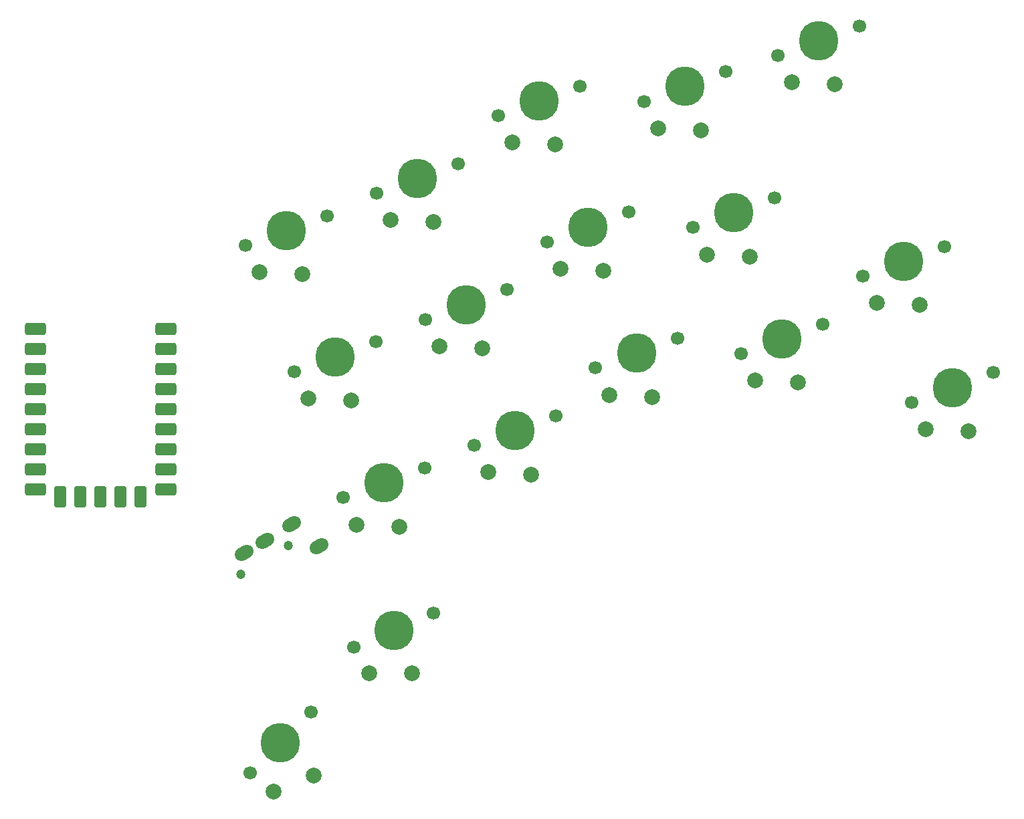
<source format=gts>
%TF.GenerationSoftware,KiCad,Pcbnew,(6.0.11)*%
%TF.CreationDate,2024-04-13T23:14:32+09:00*%
%TF.ProjectId,haqua34_right,68617175-6133-4345-9f72-696768742e6b,rev?*%
%TF.SameCoordinates,Original*%
%TF.FileFunction,Soldermask,Top*%
%TF.FilePolarity,Negative*%
%FSLAX46Y46*%
G04 Gerber Fmt 4.6, Leading zero omitted, Abs format (unit mm)*
G04 Created by KiCad (PCBNEW (6.0.11)) date 2024-04-13 23:14:32*
%MOMM*%
%LPD*%
G01*
G04 APERTURE LIST*
G04 Aperture macros list*
%AMRoundRect*
0 Rectangle with rounded corners*
0 $1 Rounding radius*
0 $2 $3 $4 $5 $6 $7 $8 $9 X,Y pos of 4 corners*
0 Add a 4 corners polygon primitive as box body*
4,1,4,$2,$3,$4,$5,$6,$7,$8,$9,$2,$3,0*
0 Add four circle primitives for the rounded corners*
1,1,$1+$1,$2,$3*
1,1,$1+$1,$4,$5*
1,1,$1+$1,$6,$7*
1,1,$1+$1,$8,$9*
0 Add four rect primitives between the rounded corners*
20,1,$1+$1,$2,$3,$4,$5,0*
20,1,$1+$1,$4,$5,$6,$7,0*
20,1,$1+$1,$6,$7,$8,$9,0*
20,1,$1+$1,$8,$9,$2,$3,0*%
%AMHorizOval*
0 Thick line with rounded ends*
0 $1 width*
0 $2 $3 position (X,Y) of the first rounded end (center of the circle)*
0 $4 $5 position (X,Y) of the second rounded end (center of the circle)*
0 Add line between two ends*
20,1,$1,$2,$3,$4,$5,0*
0 Add two circle primitives to create the rounded ends*
1,1,$1,$2,$3*
1,1,$1,$4,$5*%
G04 Aperture macros list end*
%ADD10C,1.700000*%
%ADD11C,5.000000*%
%ADD12C,2.000000*%
%ADD13C,1.200000*%
%ADD14HorizOval,1.700000X0.341056X0.208999X-0.341056X-0.208999X0*%
%ADD15RoundRect,0.400000X-0.966000X-0.400000X0.966000X-0.400000X0.966000X0.400000X-0.966000X0.400000X0*%
%ADD16RoundRect,0.400050X-0.965950X-0.400050X0.965950X-0.400050X0.965950X0.400050X-0.965950X0.400050X0*%
%ADD17RoundRect,0.400000X-0.400000X-0.988000X0.400000X-0.988000X0.400000X0.988000X-0.400000X0.988000X0*%
%ADD18RoundRect,0.393700X-0.393700X-0.994300X0.393700X-0.994300X0.393700X0.994300X-0.393700X0.994300X0*%
G04 APERTURE END LIST*
D10*
%TO.C,SW4*%
X105683534Y-39363704D03*
X116020152Y-35601482D03*
D11*
X110851843Y-37482593D03*
D12*
X112869762Y-43026779D03*
X107453056Y-42763526D03*
%TD*%
D11*
%TO.C,SW15*%
X144725000Y-75600000D03*
D10*
X139556691Y-77481111D03*
X149893309Y-73718889D03*
D12*
X146742919Y-81144186D03*
X141326213Y-80880933D03*
%TD*%
D13*
%TO.C,J1*%
X60625000Y-95625000D03*
X54656519Y-99282490D03*
D14*
X64535960Y-95691299D03*
X55094025Y-96551448D03*
X57651945Y-94983953D03*
X61062506Y-92893958D03*
%TD*%
D11*
%TO.C,SW3*%
X92400000Y-39300000D03*
D10*
X87231691Y-41181111D03*
X97568309Y-37418889D03*
D12*
X94417919Y-44844186D03*
X89001213Y-44580933D03*
%TD*%
D10*
%TO.C,SW16*%
X63567374Y-116664200D03*
X55789200Y-124442374D03*
D11*
X59678287Y-120553287D03*
D12*
X63850217Y-124725217D03*
X58829759Y-126775827D03*
%TD*%
D10*
%TO.C,SW8*%
X93383534Y-57163704D03*
D11*
X98551843Y-55282593D03*
D10*
X103720152Y-53401482D03*
D12*
X100569762Y-60826779D03*
X95153056Y-60563526D03*
%TD*%
D10*
%TO.C,SW10*%
X143695152Y-57751482D03*
D11*
X138526843Y-59632593D03*
D10*
X133358534Y-61513704D03*
D12*
X140544762Y-65176779D03*
X135128056Y-64913526D03*
%TD*%
D10*
%TO.C,SW5*%
X132945152Y-29801482D03*
D11*
X127776843Y-31682593D03*
D10*
X122608534Y-33563704D03*
D12*
X129794762Y-37226779D03*
X124378056Y-36963526D03*
%TD*%
D11*
%TO.C,SW9*%
X117025000Y-53475000D03*
D10*
X122193309Y-51593889D03*
X111856691Y-55356111D03*
D12*
X119042919Y-59019186D03*
X113626213Y-58755933D03*
%TD*%
D10*
%TO.C,SW7*%
X78008534Y-66988704D03*
X88345152Y-63226482D03*
D11*
X83176843Y-65107593D03*
D12*
X85194762Y-70651779D03*
X79778056Y-70388526D03*
%TD*%
D11*
%TO.C,SW12*%
X89351843Y-81057593D03*
D10*
X94520152Y-79176482D03*
X84183534Y-82938704D03*
D12*
X91369762Y-86601779D03*
X85953056Y-86338526D03*
%TD*%
D11*
%TO.C,SW13*%
X104726843Y-71257593D03*
D10*
X99558534Y-73138704D03*
X109895152Y-69376482D03*
D12*
X106744762Y-76801779D03*
X101328056Y-76538526D03*
%TD*%
D15*
%TO.C,RZ1*%
X45190000Y-68190000D03*
X45190000Y-70730000D03*
X45190000Y-73270000D03*
X45190000Y-75810000D03*
X45190000Y-78350000D03*
D16*
X45190000Y-80890000D03*
X45190000Y-83430000D03*
X45190000Y-85970000D03*
X45190000Y-88510000D03*
D17*
X41984000Y-89408000D03*
D18*
X39444000Y-89408000D03*
X36904000Y-89408000D03*
X34364000Y-89408000D03*
X31824000Y-89408000D03*
D16*
X28618000Y-88510000D03*
X28618000Y-85970000D03*
X28618000Y-83430000D03*
X28618000Y-80890000D03*
X28618000Y-78350000D03*
X28618000Y-75810000D03*
X28618000Y-73270000D03*
X28618000Y-70730000D03*
X28618000Y-68190000D03*
%TD*%
D10*
%TO.C,SW17*%
X68937223Y-108499021D03*
D11*
X74000000Y-106350000D03*
D10*
X79062777Y-104200979D03*
D12*
X76305314Y-111780979D03*
X70882254Y-111801574D03*
%TD*%
D11*
%TO.C,SW2*%
X77025000Y-49125000D03*
D10*
X71856691Y-51006111D03*
X82193309Y-47243889D03*
D12*
X79042919Y-54669186D03*
X73626213Y-54405933D03*
%TD*%
D10*
%TO.C,SW1*%
X65593309Y-53843889D03*
X55256691Y-57606111D03*
D11*
X60425000Y-55725000D03*
D12*
X62442919Y-61269186D03*
X57026213Y-61005933D03*
%TD*%
D10*
%TO.C,SW14*%
X128345152Y-67551482D03*
D11*
X123176843Y-69432593D03*
D10*
X118008534Y-71313704D03*
D12*
X125194762Y-74976779D03*
X119778056Y-74713526D03*
%TD*%
D10*
%TO.C,SW6*%
X61408534Y-73588704D03*
D11*
X66576843Y-71707593D03*
D10*
X71745152Y-69826482D03*
D12*
X68594762Y-77251779D03*
X63178056Y-76988526D03*
%TD*%
D10*
%TO.C,SW11*%
X67558534Y-89563704D03*
X77895152Y-85801482D03*
D11*
X72726843Y-87682593D03*
D12*
X74744762Y-93226779D03*
X69328056Y-92963526D03*
%TD*%
M02*

</source>
